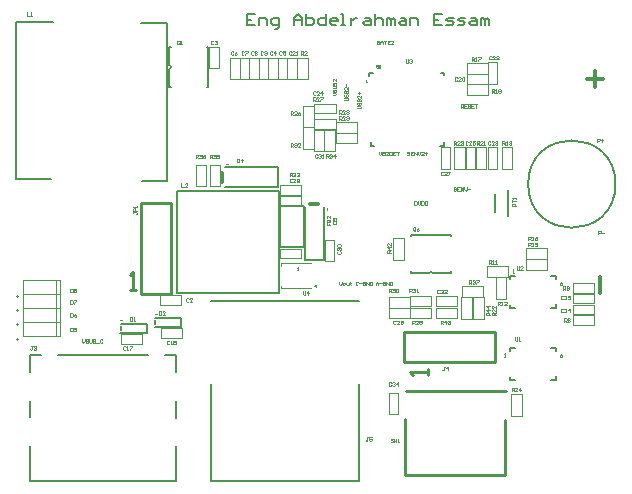
<source format=gto>
G04*
G04 #@! TF.GenerationSoftware,Altium Limited,Altium Designer,20.0.7 (75)*
G04*
G04 Layer_Color=65535*
%FSLAX44Y44*%
%MOMM*%
G71*
G01*
G75*
%ADD10C,0.1500*%
%ADD11C,0.2000*%
%ADD12C,0.1270*%
%ADD13C,0.3000*%
%ADD14C,0.1000*%
%ADD15C,0.2540*%
%ADD16C,0.0500*%
%ADD17C,0.0800*%
D10*
X129300Y343325D02*
G03*
X129300Y346575I0J1625D01*
G01*
X352675Y170300D02*
G03*
X349425Y170300I-1625J0D01*
G01*
X87900Y122200D02*
Y125800D01*
Y127900D02*
X110400D01*
Y120100D02*
Y127900D01*
X87800Y120100D02*
X110400D01*
X116800Y125100D02*
X139400D01*
Y132900D01*
X116900D02*
X139400D01*
X116900Y127200D02*
Y130800D01*
X136000Y240000D02*
X222000D01*
Y154000D02*
Y240000D01*
X136000Y154000D02*
X222000D01*
X136000D02*
Y240000D01*
X161000Y362000D02*
X162000D01*
X161000Y328000D02*
X162000D01*
X129300D02*
X131000D01*
X129300Y362000D02*
X131000D01*
X129300Y328000D02*
Y343325D01*
Y346575D02*
Y362000D01*
X162000Y328000D02*
Y362000D01*
X359600Y340400D02*
X361600D01*
Y278400D02*
Y281400D01*
X358600Y278400D02*
X361600D01*
X299600D02*
X302600D01*
X299600D02*
Y281400D01*
X361600Y338400D02*
Y340400D01*
X298600D02*
X301600D01*
X298600Y337400D02*
Y340400D01*
X416000Y219000D02*
Y241000D01*
X405000Y222000D02*
Y238000D01*
X334000Y203000D02*
X368000D01*
X334000Y170300D02*
X349425D01*
X352675D02*
X368000D01*
X334000D02*
Y172000D01*
X368000Y170300D02*
Y172000D01*
Y202000D02*
Y203000D01*
X334000Y202000D02*
Y203000D01*
X452000Y141000D02*
X457000D01*
X418000D02*
X422000D01*
X418000Y168000D02*
X422000D01*
X452000D02*
X457000D01*
X418000Y166000D02*
Y168000D01*
Y141000D02*
Y144000D01*
X457000Y141000D02*
Y144500D01*
Y166000D02*
Y168000D01*
X452000Y80000D02*
X457000D01*
X418000D02*
X422000D01*
X418000Y107000D02*
X422000D01*
X452000D02*
X457000D01*
X418000Y105000D02*
Y107000D01*
Y80000D02*
Y83000D01*
X457000Y80000D02*
Y83500D01*
Y105000D02*
Y107000D01*
D11*
X507000Y246000D02*
G03*
X507000Y246000I-37000J0D01*
G01*
X176192Y243900D02*
X221400D01*
Y260200D01*
X176192D02*
X221400D01*
X260200Y181600D02*
Y226808D01*
X243900Y181600D02*
X260200D01*
X243900D02*
Y226808D01*
X223000Y192500D02*
X233000D01*
X223000D02*
Y227500D01*
X243000D01*
Y192500D02*
Y227500D01*
X233000Y192500D02*
X243000D01*
X-400Y250400D02*
X29300D01*
X106500Y249000D02*
X127100D01*
X105500Y382700D02*
X127100D01*
X-400Y383000D02*
X30400D01*
X-400Y250400D02*
Y383000D01*
X127100Y249000D02*
Y382700D01*
X201665Y390329D02*
X195000D01*
Y380332D01*
X201665D01*
X195000Y385331D02*
X198332D01*
X204997Y380332D02*
Y386997D01*
X209995D01*
X211661Y385331D01*
Y380332D01*
X218326Y377000D02*
X219992D01*
X221658Y378666D01*
Y386997D01*
X216660D01*
X214994Y385331D01*
Y381998D01*
X216660Y380332D01*
X221658D01*
X234987D02*
Y386997D01*
X238319Y390329D01*
X241652Y386997D01*
Y380332D01*
Y385331D01*
X234987D01*
X244984Y390329D02*
Y380332D01*
X249982D01*
X251648Y381998D01*
Y383665D01*
Y385331D01*
X249982Y386997D01*
X244984D01*
X261645Y390329D02*
Y380332D01*
X256647D01*
X254981Y381998D01*
Y385331D01*
X256647Y386997D01*
X261645D01*
X269976Y380332D02*
X266644D01*
X264977Y381998D01*
Y385331D01*
X266644Y386997D01*
X269976D01*
X271642Y385331D01*
Y383665D01*
X264977D01*
X274974Y380332D02*
X278307D01*
X276640D01*
Y390329D01*
X274974D01*
X283305Y386997D02*
Y380332D01*
Y383665D01*
X284971Y385331D01*
X286637Y386997D01*
X288303D01*
X294968D02*
X298300D01*
X299966Y385331D01*
Y380332D01*
X294968D01*
X293302Y381998D01*
X294968Y383665D01*
X299966D01*
X303298Y390329D02*
Y380332D01*
Y385331D01*
X304965Y386997D01*
X308297D01*
X309963Y385331D01*
Y380332D01*
X313295D02*
Y386997D01*
X314961D01*
X316628Y385331D01*
Y380332D01*
Y385331D01*
X318294Y386997D01*
X319960Y385331D01*
Y380332D01*
X324958Y386997D02*
X328290D01*
X329957Y385331D01*
Y380332D01*
X324958D01*
X323292Y381998D01*
X324958Y383665D01*
X329957D01*
X333289Y380332D02*
Y386997D01*
X338287D01*
X339953Y385331D01*
Y380332D01*
X359947Y390329D02*
X353282D01*
Y380332D01*
X359947D01*
X353282Y385331D02*
X356615D01*
X363279Y380332D02*
X368278D01*
X369944Y381998D01*
X368278Y383665D01*
X364945D01*
X363279Y385331D01*
X364945Y386997D01*
X369944D01*
X373276Y380332D02*
X378274D01*
X379940Y381998D01*
X378274Y383665D01*
X374942D01*
X373276Y385331D01*
X374942Y386997D01*
X379940D01*
X384939D02*
X388271D01*
X389937Y385331D01*
Y380332D01*
X384939D01*
X383273Y381998D01*
X384939Y383665D01*
X389937D01*
X393269Y380332D02*
Y386997D01*
X394936D01*
X396602Y385331D01*
Y380332D01*
Y385331D01*
X398268Y386997D01*
X399934Y385331D01*
Y380332D01*
D12*
X11000Y-5500D02*
Y24100D01*
X135000Y-5500D02*
Y24100D01*
Y48100D02*
Y62100D01*
X11000Y48600D02*
Y62100D01*
Y87100D02*
Y101500D01*
X20500D01*
X135000Y87100D02*
Y101500D01*
X125500D02*
X135000D01*
X35200D02*
X110800D01*
X11000Y-5500D02*
X135000D01*
X164500Y-5800D02*
X289500D01*
X164500Y146800D02*
X289500D01*
X164500Y-5800D02*
Y77000D01*
X289500Y-5800D02*
Y77000D01*
D13*
X174192Y248000D02*
Y255000D01*
X248000Y228808D02*
X255000D01*
X494000Y154000D02*
Y167329D01*
X483000Y334664D02*
X496329D01*
X489664Y341329D02*
Y328000D01*
D14*
X5000Y129000D02*
X37000D01*
Y117000D02*
Y129000D01*
X33000Y117000D02*
Y128500D01*
X5000Y117000D02*
Y129000D01*
Y117000D02*
X37000D01*
X5000Y129000D02*
X37000D01*
X5000D02*
Y141000D01*
X33000Y129000D02*
Y140500D01*
X37000Y129000D02*
Y141000D01*
X5000D02*
X37000D01*
X5000Y153000D02*
X37000D01*
Y141000D02*
Y153000D01*
X33000Y141000D02*
Y152500D01*
X5000Y141000D02*
Y153000D01*
Y141000D02*
X37000D01*
X5000Y153000D02*
X37000D01*
X5000D02*
Y165000D01*
X33000Y153000D02*
Y164500D01*
X37000Y153000D02*
Y165000D01*
X5000D02*
X37000D01*
X237500Y335000D02*
Y353000D01*
Y335000D02*
X246500D01*
Y353000D01*
X237500D02*
X246500D01*
X471000Y135500D02*
X489000D01*
X471000Y126500D02*
Y135500D01*
Y126500D02*
X489000D01*
Y135500D01*
Y153500D02*
Y162500D01*
X471000Y153500D02*
X489000D01*
X471000D02*
Y162500D01*
X489000D01*
X398000Y167500D02*
Y176500D01*
X416000D01*
Y167500D02*
Y176500D01*
X398000Y167500D02*
X416000D01*
X414500Y149000D02*
Y167000D01*
X405500D02*
X414500D01*
X405500Y149000D02*
Y167000D01*
Y149000D02*
X414500D01*
X431000Y173500D02*
X449000D01*
Y182500D01*
X431000D02*
X449000D01*
X431000Y173500D02*
Y182500D01*
Y182500D02*
Y191500D01*
X449000D01*
Y182500D02*
Y191500D01*
X431000Y182500D02*
X449000D01*
X381000Y348500D02*
X399000D01*
X381000Y339500D02*
Y348500D01*
Y339500D02*
X399000D01*
Y348500D01*
Y321500D02*
Y330500D01*
X381000Y321500D02*
X399000D01*
X381000D02*
Y330500D01*
X399000D01*
X419500Y259000D02*
Y277000D01*
X410500D02*
X419500D01*
X410500Y259000D02*
Y277000D01*
Y259000D02*
X419500D01*
X397500D02*
Y277000D01*
X388500D02*
X397500D01*
X388500Y259000D02*
Y277000D01*
Y259000D02*
X397500D01*
X386500Y132000D02*
X395500D01*
X386500D02*
Y150000D01*
X395500D01*
Y132000D02*
Y150000D01*
X379500Y259000D02*
Y277000D01*
X370500D02*
X379500D01*
X370500Y259000D02*
Y277000D01*
Y259000D02*
X379500D01*
X418500Y68000D02*
X427500D01*
Y50000D02*
Y68000D01*
X418500Y50000D02*
X427500D01*
X418500D02*
Y68000D01*
X333000Y141500D02*
X351000D01*
X333000Y132500D02*
Y141500D01*
Y132500D02*
X351000D01*
Y141500D01*
X242500Y312000D02*
X251500D01*
Y294000D02*
Y312000D01*
X242500Y294000D02*
X251500D01*
X242500D02*
Y312000D01*
X252000Y301500D02*
X270000D01*
X252000Y292500D02*
Y301500D01*
Y292500D02*
X270000D01*
Y301500D01*
X288000Y289500D02*
Y298500D01*
X270000Y289500D02*
X288000D01*
X270000D02*
Y298500D01*
X288000D01*
X270000Y289500D02*
X288000D01*
X270000Y280500D02*
Y289500D01*
Y280500D02*
X288000D01*
Y289500D01*
X333000Y141500D02*
Y150500D01*
X315000Y141500D02*
X333000D01*
X315000D02*
Y150500D01*
X333000D01*
X333000Y151500D02*
X351000D01*
X333000Y142500D02*
Y151500D01*
Y142500D02*
X351000D01*
Y151500D01*
X242500Y294000D02*
X251500D01*
Y276000D02*
Y294000D01*
X242500Y276000D02*
X251500D01*
X242500D02*
Y294000D01*
X223000Y245500D02*
X241000D01*
X223000Y236500D02*
Y245500D01*
Y236500D02*
X241000D01*
Y245500D01*
X260500Y274000D02*
X269500D01*
X260500D02*
Y292000D01*
X269500D01*
Y274000D02*
Y292000D01*
X163500Y244000D02*
Y262000D01*
Y244000D02*
X172500D01*
Y262000D01*
X163500D02*
X172500D01*
X151500D02*
X160500D01*
Y244000D02*
Y262000D01*
X151500Y244000D02*
X160500D01*
X151500D02*
Y262000D01*
X377000Y159500D02*
X395000D01*
X377000Y150500D02*
Y159500D01*
Y150500D02*
X395000D01*
Y159500D01*
X318500Y200000D02*
X327500D01*
Y182000D02*
Y200000D01*
X318500Y182000D02*
X327500D01*
X318500D02*
Y200000D01*
X355000Y132500D02*
X373000D01*
Y141500D01*
X355000D02*
X373000D01*
X355000Y132500D02*
Y141500D01*
X376500Y132000D02*
X385500D01*
X376500D02*
Y150000D01*
X385500D01*
Y132000D02*
Y150000D01*
X121000Y144000D02*
Y152000D01*
X139000D01*
Y144000D02*
Y152000D01*
X121000Y144000D02*
X139000D01*
X163000Y344000D02*
Y362000D01*
Y344000D02*
X171000D01*
Y362000D01*
X163000D02*
X171000D01*
X213000Y335000D02*
X221000D01*
X213000D02*
Y353000D01*
X221000D01*
Y335000D02*
Y353000D01*
X229000Y335000D02*
Y353000D01*
X221000D02*
X229000D01*
X221000Y335000D02*
Y353000D01*
Y335000D02*
X229000D01*
X181000D02*
X189000D01*
X181000D02*
Y353000D01*
X189000D01*
Y335000D02*
Y353000D01*
X197000Y335000D02*
Y353000D01*
X189000D02*
X197000D01*
X189000Y335000D02*
Y353000D01*
Y335000D02*
X197000D01*
X205000D01*
X197000D02*
Y353000D01*
X205000D01*
Y335000D02*
Y353000D01*
X213000Y335000D02*
Y353000D01*
X205000D02*
X213000D01*
X205000Y335000D02*
Y353000D01*
Y335000D02*
X213000D01*
X489000Y136000D02*
Y144000D01*
X471000Y136000D02*
X489000D01*
X471000D02*
Y144000D01*
X489000D01*
X471000Y145000D02*
X489000D01*
Y153000D01*
X471000D02*
X489000D01*
X471000Y145000D02*
Y153000D01*
X122000Y124000D02*
X140000D01*
X122000Y116000D02*
Y124000D01*
Y116000D02*
X140000D01*
Y124000D01*
X381000Y331000D02*
X399000D01*
Y339000D01*
X381000D02*
X399000D01*
X381000Y331000D02*
Y339000D01*
X229000Y335000D02*
X237000D01*
X229000D02*
Y353000D01*
X237000D01*
Y335000D02*
Y353000D01*
X399000Y331000D02*
Y349000D01*
Y331000D02*
X407000D01*
Y349000D01*
X399000D02*
X407000D01*
X399000Y277000D02*
X407000D01*
Y259000D02*
Y277000D01*
X399000Y259000D02*
X407000D01*
X399000D02*
Y277000D01*
X252000Y306000D02*
X270000D01*
Y314000D01*
X252000D02*
X270000D01*
X252000Y306000D02*
Y314000D01*
X380000Y277000D02*
X388000D01*
Y259000D02*
Y277000D01*
X380000Y259000D02*
X388000D01*
X380000D02*
Y277000D01*
X359000Y259000D02*
X367000D01*
X359000D02*
Y277000D01*
X367000D01*
Y259000D02*
Y277000D01*
X315000Y141000D02*
X333000D01*
X315000Y133000D02*
Y141000D01*
Y133000D02*
X333000D01*
Y141000D01*
X241000Y228000D02*
Y236000D01*
X223000Y228000D02*
X241000D01*
X223000D02*
Y236000D01*
X241000D01*
X261000Y181000D02*
Y199000D01*
Y181000D02*
X269000D01*
Y199000D01*
X261000D02*
X269000D01*
X252000Y274000D02*
X260000D01*
X252000D02*
Y292000D01*
X260000D01*
Y274000D02*
Y292000D01*
X355000Y151000D02*
X373000D01*
X355000Y143000D02*
Y151000D01*
Y143000D02*
X373000D01*
Y151000D01*
X241000Y183000D02*
Y191000D01*
X223000Y183000D02*
X241000D01*
X223000D02*
Y191000D01*
X241000D01*
X323000Y51000D02*
Y69000D01*
X315000D02*
X323000D01*
X315000Y51000D02*
Y69000D01*
Y51000D02*
X323000D01*
X106000Y111000D02*
Y119000D01*
X88000Y111000D02*
X106000D01*
X88000D02*
Y119000D01*
X106000D01*
X224000Y177000D02*
Y179000D01*
X249000D01*
X224000Y158000D02*
X249000D01*
X224000D02*
Y160000D01*
X87800Y131000D02*
X89493D01*
X116800Y136000D02*
X118493D01*
X177000Y263000D02*
X178693D01*
X263000Y226000D02*
Y224307D01*
X1000Y115154D02*
X-693D01*
X154Y114307D02*
Y116000D01*
X1000Y127154D02*
X-693D01*
X154Y126307D02*
Y128000D01*
X1000Y139154D02*
X-693D01*
X154Y138307D02*
Y140000D01*
X1000Y151154D02*
X-693D01*
X154Y150307D02*
Y152000D01*
D15*
X413500Y0D02*
Y46000D01*
X329000Y0D02*
X413500D01*
X329000D02*
Y47000D01*
X330000Y71000D02*
X414000D01*
X105000Y230200D02*
X131000D01*
Y153200D02*
Y230200D01*
X105000Y153200D02*
Y230200D01*
Y153200D02*
X131000D01*
X404600Y95000D02*
Y121000D01*
X327600Y95000D02*
X404600D01*
X327600Y121000D02*
X404600D01*
X327600Y95000D02*
Y121000D01*
X95540Y156540D02*
X100618D01*
X98079D01*
Y171775D01*
X95540Y169236D01*
X348460Y84540D02*
Y89618D01*
Y87079D01*
X333225D01*
X335764Y84540D01*
D16*
X295500Y332500D02*
X296166D01*
X295833D01*
Y334499D01*
X295500Y334166D01*
X305833Y346499D02*
X304500D01*
Y345500D01*
X305166Y345833D01*
X305500D01*
X305833Y345500D01*
Y344833D01*
X305500Y344500D01*
X304833D01*
X304500Y344833D01*
X307832Y344500D02*
X306499D01*
X307832Y345833D01*
Y346166D01*
X307499Y346499D01*
X306833D01*
X306499Y346166D01*
X237500Y173500D02*
X238166D01*
X237833D01*
Y175499D01*
X237500Y175166D01*
X253000Y158500D02*
Y160499D01*
X252000Y159500D01*
X253333D01*
X13500Y108499D02*
X12500D01*
X13000D01*
Y106000D01*
X12500Y105500D01*
X12001D01*
X11501Y106000D01*
X14500Y108000D02*
X15000Y108499D01*
X15999D01*
X16499Y108000D01*
Y107500D01*
X15999Y107000D01*
X15500D01*
X15999D01*
X16499Y106500D01*
Y106000D01*
X15999Y105500D01*
X15000D01*
X14500Y106000D01*
X120501Y138499D02*
Y135500D01*
X122000D01*
X122500Y136000D01*
Y138000D01*
X122000Y138499D01*
X120501D01*
X125499Y135500D02*
X123500D01*
X125499Y137500D01*
Y138000D01*
X124999Y138499D01*
X124000D01*
X123500Y138000D01*
X92251Y108000D02*
X91751Y108499D01*
X90751D01*
X90251Y108000D01*
Y106000D01*
X90751Y105500D01*
X91751D01*
X92251Y106000D01*
X93250Y105500D02*
X94250D01*
X93750D01*
Y108499D01*
X93250Y108000D01*
X95749Y108499D02*
X97749D01*
Y108000D01*
X95749Y106000D01*
Y105500D01*
X306503Y273500D02*
Y271500D01*
X307502Y270501D01*
X308502Y271500D01*
Y273500D01*
X309502D02*
Y270501D01*
X311001D01*
X311501Y271000D01*
Y271500D01*
X311001Y272000D01*
X309502D01*
X311001D01*
X311501Y272500D01*
Y273000D01*
X311001Y273500D01*
X309502D01*
X314500Y270501D02*
X312501D01*
X314500Y272500D01*
Y273000D01*
X314000Y273500D01*
X313001D01*
X312501Y273000D01*
X315500Y273500D02*
Y270501D01*
X316999D01*
X317499Y271000D01*
Y273000D01*
X316999Y273500D01*
X315500D01*
X320498D02*
X318499D01*
Y270501D01*
X320498D01*
X318499Y272000D02*
X319499D01*
X321498Y273500D02*
X323497D01*
X322498D01*
Y270501D01*
X422001Y116500D02*
Y114000D01*
X422500Y113500D01*
X423500D01*
X424000Y114000D01*
Y116500D01*
X425000Y113500D02*
X425999D01*
X425499D01*
Y116500D01*
X425000Y116000D01*
X297500Y31500D02*
X296500D01*
X297000D01*
Y29000D01*
X296500Y28500D01*
X296001D01*
X295501Y29000D01*
X300499Y31500D02*
X298500D01*
Y30000D01*
X299499Y30500D01*
X299999D01*
X300499Y30000D01*
Y29000D01*
X299999Y28500D01*
X299000D01*
X298500Y29000D01*
X242501Y155499D02*
Y153000D01*
X243001Y152500D01*
X244000D01*
X244500Y153000D01*
Y155499D01*
X246999Y152500D02*
Y155499D01*
X245500Y154000D01*
X247499D01*
X329501Y351499D02*
Y349000D01*
X330001Y348501D01*
X331000D01*
X331500Y349000D01*
Y351499D01*
X332500Y351000D02*
X333000Y351499D01*
X333999D01*
X334499Y351000D01*
Y350500D01*
X333999Y350000D01*
X333499D01*
X333999D01*
X334499Y349500D01*
Y349000D01*
X333999Y348501D01*
X333000D01*
X332500Y349000D01*
X423501Y176500D02*
Y174000D01*
X424001Y173500D01*
X425000D01*
X425500Y174000D01*
Y176500D01*
X428499Y173500D02*
X426500D01*
X428499Y175500D01*
Y176000D01*
X427999Y176500D01*
X427000D01*
X426500Y176000D01*
X376002Y310501D02*
Y313500D01*
X377502D01*
X378002Y313000D01*
Y312000D01*
X377502Y311500D01*
X376002D01*
X377002D02*
X378002Y310501D01*
X381001Y313500D02*
X379001D01*
Y310501D01*
X381001D01*
X379001Y312000D02*
X380001D01*
X384000Y313000D02*
X383500Y313500D01*
X382500D01*
X382000Y313000D01*
Y312500D01*
X382500Y312000D01*
X383500D01*
X384000Y311500D01*
Y311000D01*
X383500Y310501D01*
X382500D01*
X382000Y311000D01*
X386999Y313500D02*
X384999D01*
Y310501D01*
X386999D01*
X384999Y312000D02*
X385999D01*
X387998Y313500D02*
X389998D01*
X388998D01*
Y310501D01*
X336502Y231500D02*
Y228500D01*
X338001D01*
X338501Y229000D01*
Y231000D01*
X338001Y231500D01*
X336502D01*
X339501D02*
Y229500D01*
X340500Y228500D01*
X341500Y229500D01*
Y231500D01*
X342500D02*
Y228500D01*
X343999D01*
X344499Y229000D01*
Y231000D01*
X343999Y231500D01*
X342500D01*
X345499D02*
Y228500D01*
X346998D01*
X347498Y229000D01*
Y231000D01*
X346998Y231500D01*
X345499D01*
X55503Y114749D02*
Y112750D01*
X56502Y111750D01*
X57502Y112750D01*
Y114749D01*
X58502D02*
Y111750D01*
X60001D01*
X60501Y112250D01*
Y112750D01*
X60001Y113250D01*
X58502D01*
X60001D01*
X60501Y113750D01*
Y114250D01*
X60001Y114749D01*
X58502D01*
X61501D02*
Y112250D01*
X62001Y111750D01*
X63000D01*
X63500Y112250D01*
Y114749D01*
X66499Y114250D02*
X65999Y114749D01*
X65000D01*
X64500Y114250D01*
Y113750D01*
X65000Y113250D01*
X65999D01*
X66499Y112750D01*
Y112250D01*
X65999Y111750D01*
X65000D01*
X64500Y112250D01*
X67499Y111251D02*
X69498D01*
X72497Y114250D02*
X71997Y114749D01*
X70998D01*
X70498Y114250D01*
Y112250D01*
X70998Y111750D01*
X71997D01*
X72497Y112250D01*
X273002Y163500D02*
Y161500D01*
X274001Y160501D01*
X275001Y161500D01*
Y163500D01*
X276500Y160501D02*
X277500D01*
X278000Y161000D01*
Y162000D01*
X277500Y162500D01*
X276500D01*
X276001Y162000D01*
Y161000D01*
X276500Y160501D01*
X279000Y162500D02*
Y161000D01*
X279499Y160501D01*
X280999D01*
Y162500D01*
X282499Y163000D02*
Y162500D01*
X281999D01*
X282998D01*
X282499D01*
Y161000D01*
X282998Y160501D01*
X304002D02*
Y162500D01*
X305002Y163500D01*
X306002Y162500D01*
Y160501D01*
Y162000D01*
X304002D01*
X307001D02*
X309001D01*
X312000Y163000D02*
X311500Y163500D01*
X310500D01*
X310000Y163000D01*
Y161000D01*
X310500Y160501D01*
X311500D01*
X312000Y161000D01*
Y162000D01*
X311000D01*
X312999Y160501D02*
Y163500D01*
X314999Y160501D01*
Y163500D01*
X315998D02*
Y160501D01*
X317498D01*
X317998Y161000D01*
Y163000D01*
X317498Y163500D01*
X315998D01*
X289002Y163000D02*
X288502Y163500D01*
X287502D01*
X287002Y163000D01*
Y161000D01*
X287502Y160501D01*
X288502D01*
X289002Y161000D01*
X290001Y162000D02*
X292001D01*
X295000Y163000D02*
X294500Y163500D01*
X293500D01*
X293000Y163000D01*
Y161000D01*
X293500Y160501D01*
X294500D01*
X295000Y161000D01*
Y162000D01*
X294000D01*
X295999Y160501D02*
Y163500D01*
X297999Y160501D01*
Y163500D01*
X298998D02*
Y160501D01*
X300498D01*
X300998Y161000D01*
Y163000D01*
X300498Y163500D01*
X298998D01*
X277500Y317002D02*
X280000D01*
X280499Y317502D01*
Y318502D01*
X280000Y319002D01*
X277500D01*
X278000Y322001D02*
X277500Y321501D01*
Y320501D01*
X278000Y320001D01*
X278500D01*
X279000Y320501D01*
Y321501D01*
X279500Y322001D01*
X280000D01*
X280499Y321501D01*
Y320501D01*
X280000Y320001D01*
X277500Y323000D02*
X280499D01*
Y324500D01*
X280000Y325000D01*
X279500D01*
X279000Y324500D01*
Y323000D01*
Y324500D01*
X278500Y325000D01*
X278000D01*
X277500Y324500D01*
Y323000D01*
X280499Y327999D02*
Y325999D01*
X278500Y327999D01*
X278000D01*
X277500Y327499D01*
Y326499D01*
X278000Y325999D01*
X279000Y328998D02*
Y330998D01*
X307002Y367000D02*
X306502Y367500D01*
X305502D01*
X305002Y367000D01*
Y365000D01*
X305502Y364501D01*
X306502D01*
X307002Y365000D01*
Y366000D01*
X306002D01*
X308001Y364501D02*
Y366500D01*
X309001Y367500D01*
X310001Y366500D01*
Y364501D01*
Y366000D01*
X308001D01*
X311000Y367500D02*
X313000D01*
X312000D01*
Y364501D01*
X315999Y367500D02*
X313999D01*
Y364501D01*
X315999D01*
X313999Y366000D02*
X314999D01*
X318998Y364501D02*
X316998D01*
X318998Y366500D01*
Y367000D01*
X318498Y367500D01*
X317498D01*
X316998Y367000D01*
X372002Y243000D02*
X371502Y243500D01*
X370502D01*
X370002Y243000D01*
Y242500D01*
X370502Y242000D01*
X371502D01*
X372002Y241500D01*
Y241000D01*
X371502Y240501D01*
X370502D01*
X370002Y241000D01*
X375001Y243500D02*
X373001D01*
Y240501D01*
X375001D01*
X373001Y242000D02*
X374001D01*
X376000Y240501D02*
Y243500D01*
X378000Y240501D01*
Y243500D01*
X378999D02*
Y241500D01*
X379999Y240501D01*
X380999Y241500D01*
Y243500D01*
X381998Y242000D02*
X383998D01*
X267500Y321002D02*
X269500D01*
X270499Y322002D01*
X269500Y323002D01*
X267500D01*
Y324001D02*
X270499D01*
Y325501D01*
X270000Y326001D01*
X269500D01*
X269000Y325501D01*
Y324001D01*
Y325501D01*
X268500Y326001D01*
X268000D01*
X267500Y325501D01*
Y324001D01*
Y327000D02*
X270000D01*
X270499Y327500D01*
Y328500D01*
X270000Y329000D01*
X267500D01*
X268000Y331999D02*
X267500Y331499D01*
Y330499D01*
X268000Y329999D01*
X268500D01*
X269000Y330499D01*
Y331499D01*
X269500Y331999D01*
X270000D01*
X270499Y331499D01*
Y330499D01*
X270000Y329999D01*
X270499Y334998D02*
Y332998D01*
X268500Y334998D01*
X268000D01*
X267500Y334498D01*
Y333498D01*
X268000Y332998D01*
X332502Y273000D02*
X332002Y273500D01*
X331003D01*
X330503Y273000D01*
Y272500D01*
X331003Y272000D01*
X332002D01*
X332502Y271500D01*
Y271000D01*
X332002Y270501D01*
X331003D01*
X330503Y271000D01*
X335501Y273500D02*
X333502D01*
Y270501D01*
X335501D01*
X333502Y272000D02*
X334501D01*
X336501Y270501D02*
Y273500D01*
X338500Y270501D01*
Y273500D01*
X339500D02*
Y271500D01*
X340499Y270501D01*
X341499Y271500D01*
Y273500D01*
X344498Y270501D02*
X342499D01*
X344498Y272500D01*
Y273000D01*
X343998Y273500D01*
X342999D01*
X342499Y273000D01*
X345498Y272000D02*
X347497D01*
X346498Y273000D02*
Y271000D01*
X288500Y310002D02*
X291000D01*
X291500Y310502D01*
Y311502D01*
X291000Y312002D01*
X288500D01*
X289000Y315001D02*
X288500Y314501D01*
Y313501D01*
X289000Y313001D01*
X289500D01*
X290000Y313501D01*
Y314501D01*
X290500Y315001D01*
X291000D01*
X291500Y314501D01*
Y313501D01*
X291000Y313001D01*
X288500Y316000D02*
X291500D01*
Y317500D01*
X291000Y318000D01*
X290500D01*
X290000Y317500D01*
Y316000D01*
Y317500D01*
X289500Y318000D01*
X289000D01*
X288500Y317500D01*
Y316000D01*
X291500Y320999D02*
Y318999D01*
X289500Y320999D01*
X289000D01*
X288500Y320499D01*
Y319499D01*
X289000Y318999D01*
X290000Y321998D02*
Y323998D01*
X289000Y322998D02*
X291000D01*
X318500Y30000D02*
X318001Y30499D01*
X317001D01*
X316501Y30000D01*
Y29500D01*
X317001Y29000D01*
X318001D01*
X318500Y28500D01*
Y28000D01*
X318001Y27501D01*
X317001D01*
X316501Y28000D01*
X319500Y30499D02*
Y27501D01*
X320500Y28500D01*
X321499Y27501D01*
Y30499D01*
X322499Y27501D02*
X323499D01*
X322999D01*
Y30499D01*
X322499Y30000D01*
X422500Y227501D02*
X419501D01*
Y229001D01*
X420000Y229501D01*
X421000D01*
X421500Y229001D01*
Y227501D01*
Y228501D02*
X422500Y229501D01*
X419501Y230500D02*
Y232500D01*
Y231500D01*
X422500D01*
Y233499D02*
Y234499D01*
Y233999D01*
X419501D01*
X420000Y233499D01*
X400499Y135001D02*
X397500D01*
Y136501D01*
X398000Y137001D01*
X399000D01*
X399500Y136501D01*
Y135001D01*
Y136001D02*
X400499Y137001D01*
Y139500D02*
X397500D01*
X399000Y138000D01*
Y140000D01*
X400499Y142499D02*
X397500D01*
X399000Y140999D01*
Y142999D01*
X359001Y127500D02*
Y130499D01*
X360501D01*
X361001Y130000D01*
Y129000D01*
X360501Y128500D01*
X359001D01*
X360001D02*
X361001Y127500D01*
X363500D02*
Y130499D01*
X362000Y129000D01*
X364000D01*
X364999Y130000D02*
X365499Y130499D01*
X366499D01*
X366999Y130000D01*
Y129500D01*
X366499Y129000D01*
X365999D01*
X366499D01*
X366999Y128500D01*
Y128000D01*
X366499Y127500D01*
X365499D01*
X364999Y128000D01*
X316500Y188001D02*
X313500D01*
Y189501D01*
X314000Y190001D01*
X315000D01*
X315500Y189501D01*
Y188001D01*
Y189001D02*
X316500Y190001D01*
Y192500D02*
X313500D01*
X315000Y191000D01*
Y193000D01*
X316500Y195999D02*
Y193999D01*
X314500Y195999D01*
X314000D01*
X313500Y195499D01*
Y194499D01*
X314000Y193999D01*
X383001Y161500D02*
Y164499D01*
X384501D01*
X385001Y164000D01*
Y163000D01*
X384501Y162500D01*
X383001D01*
X384001D02*
X385001Y161500D01*
X386000Y164000D02*
X386500Y164499D01*
X387500D01*
X388000Y164000D01*
Y163500D01*
X387500Y163000D01*
X387000D01*
X387500D01*
X388000Y162500D01*
Y162000D01*
X387500Y161500D01*
X386500D01*
X386000Y162000D01*
X388999Y164499D02*
X390999D01*
Y164000D01*
X388999Y162000D01*
Y161500D01*
X151510Y267970D02*
Y270969D01*
X153010D01*
X153509Y270469D01*
Y269470D01*
X153010Y268970D01*
X151510D01*
X152510D02*
X153509Y267970D01*
X154509Y270469D02*
X155009Y270969D01*
X156009D01*
X156508Y270469D01*
Y269969D01*
X156009Y269470D01*
X155509D01*
X156009D01*
X156508Y268970D01*
Y268470D01*
X156009Y267970D01*
X155009D01*
X154509Y268470D01*
X159507Y270969D02*
X158508Y270469D01*
X157508Y269470D01*
Y268470D01*
X158008Y267970D01*
X159008D01*
X159507Y268470D01*
Y268970D01*
X159008Y269470D01*
X157508D01*
X163448Y267970D02*
Y270969D01*
X164947D01*
X165447Y270469D01*
Y269470D01*
X164947Y268970D01*
X163448D01*
X164448D02*
X165447Y267970D01*
X166447Y270469D02*
X166947Y270969D01*
X167947D01*
X168446Y270469D01*
Y269969D01*
X167947Y269470D01*
X167447D01*
X167947D01*
X168446Y268970D01*
Y268470D01*
X167947Y267970D01*
X166947D01*
X166447Y268470D01*
X171445Y270969D02*
X169446D01*
Y269470D01*
X170446Y269969D01*
X170946D01*
X171445Y269470D01*
Y268470D01*
X170946Y267970D01*
X169946D01*
X169446Y268470D01*
X262001Y268500D02*
Y271500D01*
X263501D01*
X264001Y271000D01*
Y270000D01*
X263501Y269500D01*
X262001D01*
X263001D02*
X264001Y268500D01*
X265000Y271000D02*
X265500Y271500D01*
X266500D01*
X267000Y271000D01*
Y270500D01*
X266500Y270000D01*
X266000D01*
X266500D01*
X267000Y269500D01*
Y269000D01*
X266500Y268500D01*
X265500D01*
X265000Y269000D01*
X269499Y268500D02*
Y271500D01*
X267999Y270000D01*
X269999D01*
X231001Y252500D02*
Y255499D01*
X232501D01*
X233001Y255000D01*
Y254000D01*
X232501Y253500D01*
X231001D01*
X232001D02*
X233001Y252500D01*
X234000Y255000D02*
X234500Y255499D01*
X235500D01*
X236000Y255000D01*
Y254500D01*
X235500Y254000D01*
X235000D01*
X235500D01*
X236000Y253500D01*
Y253000D01*
X235500Y252500D01*
X234500D01*
X234000Y253000D01*
X236999Y255000D02*
X237499Y255499D01*
X238499D01*
X238999Y255000D01*
Y254500D01*
X238499Y254000D01*
X237999D01*
X238499D01*
X238999Y253500D01*
Y253000D01*
X238499Y252500D01*
X237499D01*
X236999Y253000D01*
X232001Y277500D02*
Y280499D01*
X233501D01*
X234001Y280000D01*
Y279000D01*
X233501Y278500D01*
X232001D01*
X233001D02*
X234001Y277500D01*
X235000Y280000D02*
X235500Y280499D01*
X236500D01*
X237000Y280000D01*
Y279500D01*
X236500Y279000D01*
X236000D01*
X236500D01*
X237000Y278500D01*
Y278000D01*
X236500Y277500D01*
X235500D01*
X235000Y278000D01*
X239999Y277500D02*
X237999D01*
X239999Y279500D01*
Y280000D01*
X239499Y280499D01*
X238499D01*
X237999Y280000D01*
X332501Y154501D02*
Y157500D01*
X334001D01*
X334501Y157000D01*
Y156000D01*
X334001Y155500D01*
X332501D01*
X333501D02*
X334501Y154501D01*
X335500Y157000D02*
X336000Y157500D01*
X337000D01*
X337500Y157000D01*
Y156500D01*
X337000Y156000D01*
X336500D01*
X337000D01*
X337500Y155500D01*
Y155000D01*
X337000Y154501D01*
X336000D01*
X335500Y155000D01*
X338499Y154501D02*
X339499D01*
X338999D01*
Y157500D01*
X338499Y157000D01*
X315001Y154501D02*
Y157500D01*
X316501D01*
X317001Y157000D01*
Y156000D01*
X316501Y155500D01*
X315001D01*
X316001D02*
X317001Y154501D01*
X318000Y157000D02*
X318500Y157500D01*
X319500D01*
X320000Y157000D01*
Y156500D01*
X319500Y156000D01*
X319000D01*
X319500D01*
X320000Y155500D01*
Y155000D01*
X319500Y154501D01*
X318500D01*
X318000Y155000D01*
X320999Y157000D02*
X321499Y157500D01*
X322499D01*
X322999Y157000D01*
Y155000D01*
X322499Y154501D01*
X321499D01*
X320999Y155000D01*
Y157000D01*
X273001Y300501D02*
Y303500D01*
X274501D01*
X275001Y303000D01*
Y302000D01*
X274501Y301500D01*
X273001D01*
X274001D02*
X275001Y300501D01*
X278000D02*
X276000D01*
X278000Y302500D01*
Y303000D01*
X277500Y303500D01*
X276500D01*
X276000Y303000D01*
X278999Y301000D02*
X279499Y300501D01*
X280499D01*
X280999Y301000D01*
Y303000D01*
X280499Y303500D01*
X279499D01*
X278999Y303000D01*
Y302500D01*
X279499Y302000D01*
X280999D01*
X273001Y305501D02*
Y308500D01*
X274501D01*
X275001Y308000D01*
Y307000D01*
X274501Y306500D01*
X273001D01*
X274001D02*
X275001Y305501D01*
X278000D02*
X276000D01*
X278000Y307500D01*
Y308000D01*
X277500Y308500D01*
X276500D01*
X276000Y308000D01*
X278999D02*
X279499Y308500D01*
X280499D01*
X280999Y308000D01*
Y307500D01*
X280499Y307000D01*
X280999Y306500D01*
Y306000D01*
X280499Y305501D01*
X279499D01*
X278999Y306000D01*
Y306500D01*
X279499Y307000D01*
X278999Y307500D01*
Y308000D01*
X279499Y307000D02*
X280499D01*
X251001Y316500D02*
Y319499D01*
X252501D01*
X253001Y319000D01*
Y318000D01*
X252501Y317500D01*
X251001D01*
X252001D02*
X253001Y316500D01*
X256000D02*
X254000D01*
X256000Y318500D01*
Y319000D01*
X255500Y319499D01*
X254500D01*
X254000Y319000D01*
X256999Y319499D02*
X258999D01*
Y319000D01*
X256999Y317000D01*
Y316500D01*
X232001Y304501D02*
Y307500D01*
X233501D01*
X234001Y307000D01*
Y306000D01*
X233501Y305500D01*
X232001D01*
X233001D02*
X234001Y304501D01*
X237000D02*
X235000D01*
X237000Y306500D01*
Y307000D01*
X236500Y307500D01*
X235500D01*
X235000Y307000D01*
X239999Y307500D02*
X238999Y307000D01*
X237999Y306000D01*
Y305000D01*
X238499Y304501D01*
X239499D01*
X239999Y305000D01*
Y305500D01*
X239499Y306000D01*
X237999D01*
X335001Y127500D02*
Y130499D01*
X336501D01*
X337001Y130000D01*
Y129000D01*
X336501Y128500D01*
X335001D01*
X336001D02*
X337001Y127500D01*
X340000D02*
X338000D01*
X340000Y129500D01*
Y130000D01*
X339500Y130499D01*
X338500D01*
X338000Y130000D01*
X342999Y130499D02*
X340999D01*
Y129000D01*
X341999Y129500D01*
X342499D01*
X342999Y129000D01*
Y128000D01*
X342499Y127500D01*
X341499D01*
X340999Y128000D01*
X419001Y70500D02*
Y73499D01*
X420501D01*
X421001Y73000D01*
Y72000D01*
X420501Y71500D01*
X419001D01*
X420001D02*
X421001Y70500D01*
X424000D02*
X422000D01*
X424000Y72500D01*
Y73000D01*
X423500Y73499D01*
X422500D01*
X422000Y73000D01*
X426499Y70500D02*
Y73499D01*
X424999Y72000D01*
X426999D01*
X370001Y279501D02*
Y282500D01*
X371501D01*
X372001Y282000D01*
Y281000D01*
X371501Y280500D01*
X370001D01*
X371001D02*
X372001Y279501D01*
X375000D02*
X373000D01*
X375000Y281500D01*
Y282000D01*
X374500Y282500D01*
X373500D01*
X373000Y282000D01*
X375999D02*
X376499Y282500D01*
X377499D01*
X377999Y282000D01*
Y281500D01*
X377499Y281000D01*
X376999D01*
X377499D01*
X377999Y280500D01*
Y280000D01*
X377499Y279501D01*
X376499D01*
X375999Y280000D01*
X405499Y135001D02*
X402500D01*
Y136501D01*
X403000Y137001D01*
X404000D01*
X404500Y136501D01*
Y135001D01*
Y136001D02*
X405499Y137001D01*
Y140000D02*
Y138000D01*
X403500Y140000D01*
X403000D01*
X402500Y139500D01*
Y138500D01*
X403000Y138000D01*
X405499Y142999D02*
Y140999D01*
X403500Y142999D01*
X403000D01*
X402500Y142499D01*
Y141499D01*
X403000Y140999D01*
X389501Y279501D02*
Y282500D01*
X391001D01*
X391501Y282000D01*
Y281000D01*
X391001Y280500D01*
X389501D01*
X390501D02*
X391501Y279501D01*
X394500D02*
X392500D01*
X394500Y281500D01*
Y282000D01*
X394000Y282500D01*
X393000D01*
X392500Y282000D01*
X395499Y279501D02*
X396499D01*
X395999D01*
Y282500D01*
X395499Y282000D01*
X411251Y279501D02*
Y282500D01*
X412751D01*
X413251Y282000D01*
Y281000D01*
X412751Y280500D01*
X411251D01*
X412251D02*
X413251Y279501D01*
X414250D02*
X415250D01*
X414750D01*
Y282500D01*
X414250Y282000D01*
X416749Y280000D02*
X417249Y279501D01*
X418249D01*
X418749Y280000D01*
Y282000D01*
X418249Y282500D01*
X417249D01*
X416749Y282000D01*
Y281500D01*
X417249Y281000D01*
X418749D01*
X402251Y323501D02*
Y326499D01*
X403751D01*
X404251Y326000D01*
Y325000D01*
X403751Y324500D01*
X402251D01*
X403251D02*
X404251Y323501D01*
X405250D02*
X406250D01*
X405750D01*
Y326499D01*
X405250Y326000D01*
X407749D02*
X408249Y326499D01*
X409249D01*
X409749Y326000D01*
Y325500D01*
X409249Y325000D01*
X409749Y324500D01*
Y324000D01*
X409249Y323501D01*
X408249D01*
X407749Y324000D01*
Y324500D01*
X408249Y325000D01*
X407749Y325500D01*
Y326000D01*
X408249Y325000D02*
X409249D01*
X385251Y350500D02*
Y353499D01*
X386751D01*
X387251Y353000D01*
Y352000D01*
X386751Y351500D01*
X385251D01*
X386251D02*
X387251Y350500D01*
X388250D02*
X389250D01*
X388750D01*
Y353499D01*
X388250Y353000D01*
X390749Y353499D02*
X392749D01*
Y353000D01*
X390749Y351000D01*
Y350500D01*
X433251Y198500D02*
Y201500D01*
X434751D01*
X435251Y201000D01*
Y200000D01*
X434751Y199500D01*
X433251D01*
X434251D02*
X435251Y198500D01*
X436250D02*
X437250D01*
X436750D01*
Y201500D01*
X436250Y201000D01*
X440749Y201500D02*
X439749Y201000D01*
X438749Y200000D01*
Y199000D01*
X439249Y198500D01*
X440249D01*
X440749Y199000D01*
Y199500D01*
X440249Y200000D01*
X438749D01*
X433251Y193500D02*
Y196500D01*
X434751D01*
X435251Y196000D01*
Y195000D01*
X434751Y194500D01*
X433251D01*
X434251D02*
X435251Y193500D01*
X436250D02*
X437250D01*
X436750D01*
Y196500D01*
X436250Y196000D01*
X440749Y196500D02*
X438749D01*
Y195000D01*
X439749Y195500D01*
X440249D01*
X440749Y195000D01*
Y194000D01*
X440249Y193500D01*
X439249D01*
X438749Y194000D01*
X407251Y143500D02*
Y146500D01*
X408751D01*
X409251Y146000D01*
Y145000D01*
X408751Y144500D01*
X407251D01*
X408251D02*
X409251Y143500D01*
X410250D02*
X411250D01*
X410750D01*
Y146500D01*
X410250Y146000D01*
X414749Y143500D02*
X412749D01*
X414749Y145500D01*
Y146000D01*
X414249Y146500D01*
X413249D01*
X412749Y146000D01*
X399751Y178500D02*
Y181500D01*
X401251D01*
X401750Y181000D01*
Y180000D01*
X401251Y179500D01*
X399751D01*
X400751D02*
X401750Y178500D01*
X402750D02*
X403750D01*
X403250D01*
Y181500D01*
X402750Y181000D01*
X405249Y178500D02*
X406249D01*
X405749D01*
Y181500D01*
X405249Y181000D01*
X462501Y156501D02*
Y159500D01*
X464000D01*
X464500Y159000D01*
Y158000D01*
X464000Y157500D01*
X462501D01*
X463501D02*
X464500Y156501D01*
X465500Y157000D02*
X466000Y156501D01*
X466999D01*
X467499Y157000D01*
Y159000D01*
X466999Y159500D01*
X466000D01*
X465500Y159000D01*
Y158500D01*
X466000Y158000D01*
X467499D01*
X463501Y129501D02*
Y132500D01*
X465000D01*
X465500Y132000D01*
Y131000D01*
X465000Y130500D01*
X463501D01*
X464501D02*
X465500Y129501D01*
X466500Y132000D02*
X467000Y132500D01*
X467999D01*
X468499Y132000D01*
Y131500D01*
X467999Y131000D01*
X468499Y130500D01*
Y130000D01*
X467999Y129501D01*
X467000D01*
X466500Y130000D01*
Y130500D01*
X467000Y131000D01*
X466500Y131500D01*
Y132000D01*
X467000Y131000D02*
X467999D01*
X240501Y355500D02*
Y358499D01*
X242000D01*
X242500Y358000D01*
Y357000D01*
X242000Y356500D01*
X240501D01*
X241500D02*
X242500Y355500D01*
X245499D02*
X243500D01*
X245499Y357500D01*
Y358000D01*
X244999Y358499D01*
X244000D01*
X243500Y358000D01*
X337500Y207000D02*
Y209000D01*
X337000Y209499D01*
X336001D01*
X335501Y209000D01*
Y207000D01*
X336001Y206500D01*
X337000D01*
X336501Y207500D02*
X337500Y206500D01*
X337000D02*
X337500Y207000D01*
X340499Y209499D02*
X339500Y209000D01*
X338500Y208000D01*
Y207000D01*
X339000Y206500D01*
X339999D01*
X340499Y207000D01*
Y207500D01*
X339999Y208000D01*
X338500D01*
X138000Y365000D02*
Y367000D01*
X137500Y367500D01*
X136501D01*
X136001Y367000D01*
Y365000D01*
X136501Y364501D01*
X137500D01*
X137000Y365500D02*
X138000Y364501D01*
X137500D02*
X138000Y365000D01*
X139000Y364501D02*
X139999D01*
X139500D01*
Y367500D01*
X139000Y367000D01*
X139501Y246500D02*
Y243500D01*
X141500D01*
X144499D02*
X142500D01*
X144499Y245500D01*
Y246000D01*
X143999Y246500D01*
X143000D01*
X142500Y246000D01*
X9001Y391499D02*
Y388501D01*
X11000D01*
X12000D02*
X12999D01*
X12500D01*
Y391499D01*
X12000Y391000D01*
X98500Y222500D02*
Y221501D01*
Y222001D01*
X101000D01*
X101500Y221501D01*
Y221001D01*
X101000Y220501D01*
X101500Y223500D02*
X98500D01*
Y225000D01*
X99000Y225499D01*
X100000D01*
X100500Y225000D01*
Y223500D01*
X101500Y226499D02*
Y227499D01*
Y226999D01*
X98500D01*
X99000Y226499D01*
X362500Y91500D02*
X361501D01*
X362000D01*
Y89000D01*
X361501Y88500D01*
X361001D01*
X360501Y89000D01*
X364999Y88500D02*
Y91500D01*
X363500Y90000D01*
X365499D01*
X492501Y203500D02*
Y206500D01*
X494000D01*
X494500Y206000D01*
Y205000D01*
X494000Y204500D01*
X492501D01*
X495500Y205000D02*
X497499D01*
X491501Y281500D02*
Y284499D01*
X493000D01*
X493500Y284000D01*
Y283000D01*
X493000Y282500D01*
X491501D01*
X494500Y283000D02*
X496499D01*
X495499Y284000D02*
Y282000D01*
X262500Y213001D02*
Y211001D01*
X264000D01*
Y212001D01*
Y211001D01*
X265499D01*
X262500Y214000D02*
X265499D01*
Y215500D01*
X265000Y216000D01*
X264500D01*
X264000Y215500D01*
Y214000D01*
Y215500D01*
X263500Y216000D01*
X263000D01*
X262500Y215500D01*
Y214000D01*
X265499Y218999D02*
Y216999D01*
X263500Y218999D01*
X263000D01*
X262500Y218499D01*
Y217499D01*
X263000Y216999D01*
X267500Y212501D02*
X270499D01*
Y214000D01*
X270000Y214500D01*
X268000D01*
X267500Y214000D01*
Y212501D01*
X270000Y215500D02*
X270499Y216000D01*
Y216999D01*
X270000Y217499D01*
X268000D01*
X267500Y216999D01*
Y216000D01*
X268000Y215500D01*
X268500D01*
X269000Y216000D01*
Y217499D01*
X45501Y157500D02*
Y154501D01*
X47000D01*
X47500Y155000D01*
Y157000D01*
X47000Y157500D01*
X45501D01*
X48500Y157000D02*
X49000Y157500D01*
X49999D01*
X50499Y157000D01*
Y156500D01*
X49999Y156000D01*
X50499Y155500D01*
Y155000D01*
X49999Y154501D01*
X49000D01*
X48500Y155000D01*
Y155500D01*
X49000Y156000D01*
X48500Y156500D01*
Y157000D01*
X49000Y156000D02*
X49999D01*
X45501Y147500D02*
Y144501D01*
X47000D01*
X47500Y145000D01*
Y147000D01*
X47000Y147500D01*
X45501D01*
X48500D02*
X50499D01*
Y147000D01*
X48500Y145000D01*
Y144501D01*
X45501Y136500D02*
Y133500D01*
X47000D01*
X47500Y134000D01*
Y136000D01*
X47000Y136500D01*
X45501D01*
X50499D02*
X49500Y136000D01*
X48500Y135000D01*
Y134000D01*
X49000Y133500D01*
X49999D01*
X50499Y134000D01*
Y134500D01*
X49999Y135000D01*
X48500D01*
X45501Y124500D02*
Y121501D01*
X47000D01*
X47500Y122000D01*
Y124000D01*
X47000Y124500D01*
X45501D01*
X50499D02*
X48500D01*
Y123000D01*
X49500Y123500D01*
X49999D01*
X50499Y123000D01*
Y122000D01*
X49999Y121501D01*
X49000D01*
X48500Y122000D01*
X186501Y267500D02*
Y264501D01*
X188000D01*
X188500Y265000D01*
Y267000D01*
X188000Y267500D01*
X186501D01*
X190999Y264501D02*
Y267500D01*
X189500Y266000D01*
X191499D01*
X96001Y133499D02*
Y130500D01*
X97500D01*
X98000Y131000D01*
Y133000D01*
X97500Y133499D01*
X96001D01*
X99000Y130500D02*
X99999D01*
X99500D01*
Y133499D01*
X99000Y133000D01*
X317085Y77683D02*
X316586Y78183D01*
X315586D01*
X315086Y77683D01*
Y75684D01*
X315586Y75184D01*
X316586D01*
X317085Y75684D01*
X318085Y77683D02*
X318585Y78183D01*
X319585D01*
X320084Y77683D01*
Y77183D01*
X319585Y76684D01*
X319085D01*
X319585D01*
X320084Y76184D01*
Y75684D01*
X319585Y75184D01*
X318585D01*
X318085Y75684D01*
X322584Y75184D02*
Y78183D01*
X321084Y76684D01*
X323083D01*
X358001Y156000D02*
X357501Y156500D01*
X356501D01*
X356001Y156000D01*
Y154000D01*
X356501Y153500D01*
X357501D01*
X358001Y154000D01*
X359000Y156000D02*
X359500Y156500D01*
X360500D01*
X361000Y156000D01*
Y155500D01*
X360500Y155000D01*
X360000D01*
X360500D01*
X361000Y154500D01*
Y154000D01*
X360500Y153500D01*
X359500D01*
X359000Y154000D01*
X363999Y153500D02*
X361999D01*
X363999Y155500D01*
Y156000D01*
X363499Y156500D01*
X362499D01*
X361999Y156000D01*
X254501Y271000D02*
X254001Y271500D01*
X253001D01*
X252501Y271000D01*
Y269000D01*
X253001Y268500D01*
X254001D01*
X254501Y269000D01*
X255500Y271000D02*
X256000Y271500D01*
X257000D01*
X257500Y271000D01*
Y270500D01*
X257000Y270000D01*
X256500D01*
X257000D01*
X257500Y269500D01*
Y269000D01*
X257000Y268500D01*
X256000D01*
X255500Y269000D01*
X258499Y268500D02*
X259499D01*
X258999D01*
Y271500D01*
X258499Y271000D01*
X272000Y189001D02*
X271500Y188501D01*
Y187501D01*
X272000Y187001D01*
X274000D01*
X274499Y187501D01*
Y188501D01*
X274000Y189001D01*
X272000Y190000D02*
X271500Y190500D01*
Y191500D01*
X272000Y192000D01*
X272500D01*
X273000Y191500D01*
Y191000D01*
Y191500D01*
X273500Y192000D01*
X274000D01*
X274499Y191500D01*
Y190500D01*
X274000Y190000D01*
X272000Y192999D02*
X271500Y193499D01*
Y194499D01*
X272000Y194999D01*
X274000D01*
X274499Y194499D01*
Y193499D01*
X274000Y192999D01*
X272000D01*
X233001Y250000D02*
X232501Y250499D01*
X231501D01*
X231001Y250000D01*
Y248000D01*
X231501Y247500D01*
X232501D01*
X233001Y248000D01*
X236000Y247500D02*
X234000D01*
X236000Y249500D01*
Y250000D01*
X235500Y250499D01*
X234500D01*
X234000Y250000D01*
X236999Y248000D02*
X237499Y247500D01*
X238499D01*
X238999Y248000D01*
Y250000D01*
X238499Y250499D01*
X237499D01*
X236999Y250000D01*
Y249500D01*
X237499Y249000D01*
X238999D01*
X321001Y130000D02*
X320501Y130499D01*
X319501D01*
X319001Y130000D01*
Y128000D01*
X319501Y127500D01*
X320501D01*
X321001Y128000D01*
X324000Y127500D02*
X322000D01*
X324000Y129500D01*
Y130000D01*
X323500Y130499D01*
X322500D01*
X322000Y130000D01*
X324999D02*
X325499Y130499D01*
X326499D01*
X326999Y130000D01*
Y129500D01*
X326499Y129000D01*
X326999Y128500D01*
Y128000D01*
X326499Y127500D01*
X325499D01*
X324999Y128000D01*
Y128500D01*
X325499Y129000D01*
X324999Y129500D01*
Y130000D01*
X325499Y129000D02*
X326499D01*
X361001Y256000D02*
X360501Y256500D01*
X359501D01*
X359001Y256000D01*
Y254000D01*
X359501Y253500D01*
X360501D01*
X361001Y254000D01*
X364000Y253500D02*
X362000D01*
X364000Y255500D01*
Y256000D01*
X363500Y256500D01*
X362500D01*
X362000Y256000D01*
X364999Y256500D02*
X366999D01*
Y256000D01*
X364999Y254000D01*
Y253500D01*
X382001Y282000D02*
X381501Y282500D01*
X380501D01*
X380001Y282000D01*
Y280000D01*
X380501Y279501D01*
X381501D01*
X382001Y280000D01*
X385000Y279501D02*
X383000D01*
X385000Y281500D01*
Y282000D01*
X384500Y282500D01*
X383500D01*
X383000Y282000D01*
X387999Y282500D02*
X385999D01*
Y281000D01*
X386999Y281500D01*
X387499D01*
X387999Y281000D01*
Y280000D01*
X387499Y279501D01*
X386499D01*
X385999Y280000D01*
X253001Y324000D02*
X252501Y324500D01*
X251501D01*
X251001Y324000D01*
Y322000D01*
X251501Y321501D01*
X252501D01*
X253001Y322000D01*
X256000Y321501D02*
X254000D01*
X256000Y323500D01*
Y324000D01*
X255500Y324500D01*
X254500D01*
X254000Y324000D01*
X258499Y321501D02*
Y324500D01*
X256999Y323000D01*
X258999D01*
X401001Y282000D02*
X400501Y282500D01*
X399501D01*
X399001Y282000D01*
Y280000D01*
X399501Y279501D01*
X400501D01*
X401001Y280000D01*
X404000Y279501D02*
X402000D01*
X404000Y281500D01*
Y282000D01*
X403500Y282500D01*
X402500D01*
X402000Y282000D01*
X404999D02*
X405499Y282500D01*
X406499D01*
X406999Y282000D01*
Y281500D01*
X406499Y281000D01*
X405999D01*
X406499D01*
X406999Y280500D01*
Y280000D01*
X406499Y279501D01*
X405499D01*
X404999Y280000D01*
X402001Y354000D02*
X401501Y354500D01*
X400501D01*
X400001Y354000D01*
Y352000D01*
X400501Y351501D01*
X401501D01*
X402001Y352000D01*
X405000Y351501D02*
X403000D01*
X405000Y353500D01*
Y354000D01*
X404500Y354500D01*
X403500D01*
X403000Y354000D01*
X407999Y351501D02*
X405999D01*
X407999Y353500D01*
Y354000D01*
X407499Y354500D01*
X406499D01*
X405999Y354000D01*
X232500Y358000D02*
X232001Y358499D01*
X231001D01*
X230501Y358000D01*
Y356000D01*
X231001Y355500D01*
X232001D01*
X232500Y356000D01*
X235499Y355500D02*
X233500D01*
X235499Y357500D01*
Y358000D01*
X235000Y358499D01*
X234000D01*
X233500Y358000D01*
X236499Y355500D02*
X237499D01*
X236999D01*
Y358499D01*
X236499Y358000D01*
X373001Y336000D02*
X372501Y336499D01*
X371501D01*
X371001Y336000D01*
Y334000D01*
X371501Y333501D01*
X372501D01*
X373001Y334000D01*
X376000Y333501D02*
X374000D01*
X376000Y335500D01*
Y336000D01*
X375500Y336499D01*
X374500D01*
X374000Y336000D01*
X376999D02*
X377499Y336499D01*
X378499D01*
X378999Y336000D01*
Y334000D01*
X378499Y333501D01*
X377499D01*
X376999Y334000D01*
Y336000D01*
X129251Y113000D02*
X128751Y113499D01*
X127751D01*
X127251Y113000D01*
Y111000D01*
X127751Y110500D01*
X128751D01*
X129251Y111000D01*
X130250Y110500D02*
X131250D01*
X130750D01*
Y113499D01*
X130250Y113000D01*
X132749D02*
X133249Y113499D01*
X134249D01*
X134749Y113000D01*
Y112500D01*
X134249Y112000D01*
X134749Y111500D01*
Y111000D01*
X134249Y110500D01*
X133249D01*
X132749Y111000D01*
Y111500D01*
X133249Y112000D01*
X132749Y112500D01*
Y113000D01*
X133249Y112000D02*
X134249D01*
X463251Y151000D02*
X462751Y151500D01*
X461751D01*
X461251Y151000D01*
Y149000D01*
X461751Y148500D01*
X462751D01*
X463251Y149000D01*
X464250Y148500D02*
X465250D01*
X464750D01*
Y151500D01*
X464250Y151000D01*
X468749Y151500D02*
X466749D01*
Y150000D01*
X467749Y150500D01*
X468249D01*
X468749Y150000D01*
Y149000D01*
X468249Y148500D01*
X467249D01*
X466749Y149000D01*
X463251Y140000D02*
X462751Y140499D01*
X461751D01*
X461251Y140000D01*
Y138000D01*
X461751Y137500D01*
X462751D01*
X463251Y138000D01*
X464250Y137500D02*
X465250D01*
X464750D01*
Y140499D01*
X464250Y140000D01*
X468249Y137500D02*
Y140499D01*
X466749Y139000D01*
X468749D01*
X208500Y358000D02*
X208000Y358499D01*
X207001D01*
X206501Y358000D01*
Y356000D01*
X207001Y355500D01*
X208000D01*
X208500Y356000D01*
X209500D02*
X210000Y355500D01*
X210999D01*
X211499Y356000D01*
Y358000D01*
X210999Y358499D01*
X210000D01*
X209500Y358000D01*
Y357500D01*
X210000Y357000D01*
X211499D01*
X200500Y358000D02*
X200000Y358499D01*
X199001D01*
X198501Y358000D01*
Y356000D01*
X199001Y355500D01*
X200000D01*
X200500Y356000D01*
X201500Y358000D02*
X202000Y358499D01*
X202999D01*
X203499Y358000D01*
Y357500D01*
X202999Y357000D01*
X203499Y356500D01*
Y356000D01*
X202999Y355500D01*
X202000D01*
X201500Y356000D01*
Y356500D01*
X202000Y357000D01*
X201500Y357500D01*
Y358000D01*
X202000Y357000D02*
X202999D01*
X192500Y358000D02*
X192000Y358499D01*
X191001D01*
X190501Y358000D01*
Y356000D01*
X191001Y355500D01*
X192000D01*
X192500Y356000D01*
X193500Y358499D02*
X195499D01*
Y358000D01*
X193500Y356000D01*
Y355500D01*
X183500Y358000D02*
X183000Y358499D01*
X182001D01*
X181501Y358000D01*
Y356000D01*
X182001Y355500D01*
X183000D01*
X183500Y356000D01*
X186499Y358499D02*
X185499Y358000D01*
X184500Y357000D01*
Y356000D01*
X185000Y355500D01*
X185999D01*
X186499Y356000D01*
Y356500D01*
X185999Y357000D01*
X184500D01*
X224500Y358000D02*
X224000Y358499D01*
X223001D01*
X222501Y358000D01*
Y356000D01*
X223001Y355500D01*
X224000D01*
X224500Y356000D01*
X227499Y358499D02*
X225500D01*
Y357000D01*
X226500Y357500D01*
X226999D01*
X227499Y357000D01*
Y356000D01*
X226999Y355500D01*
X226000D01*
X225500Y356000D01*
X216500Y358000D02*
X216000Y358499D01*
X215001D01*
X214501Y358000D01*
Y356000D01*
X215001Y355500D01*
X216000D01*
X216500Y356000D01*
X218999Y355500D02*
Y358499D01*
X217500Y357000D01*
X219499D01*
X166500Y367000D02*
X166000Y367500D01*
X165001D01*
X164501Y367000D01*
Y365000D01*
X165001Y364501D01*
X166000D01*
X166500Y365000D01*
X167500Y367000D02*
X168000Y367500D01*
X168999D01*
X169499Y367000D01*
Y366500D01*
X168999Y366000D01*
X168500D01*
X168999D01*
X169499Y365500D01*
Y365000D01*
X168999Y364501D01*
X168000D01*
X167500Y365000D01*
X145500Y149000D02*
X145000Y149500D01*
X144001D01*
X143501Y149000D01*
Y147000D01*
X144001Y146501D01*
X145000D01*
X145500Y147000D01*
X148499Y146501D02*
X146500D01*
X148499Y148500D01*
Y149000D01*
X147999Y149500D01*
X147000D01*
X146500Y149000D01*
D17*
X419800Y170800D02*
X420800D01*
X420300D01*
Y173799D01*
X419800Y173299D01*
X461799Y163799D02*
X460800Y163299D01*
X459800Y162299D01*
Y161300D01*
X460300Y160800D01*
X461300D01*
X461799Y161300D01*
Y161800D01*
X461300Y162299D01*
X459800D01*
X412800Y99800D02*
X413800D01*
X413300D01*
Y102799D01*
X412800Y102299D01*
X461799Y102799D02*
X460800Y102299D01*
X459800Y101299D01*
Y100300D01*
X460300Y99800D01*
X461300D01*
X461799Y100300D01*
Y100800D01*
X461300Y101299D01*
X459800D01*
M02*

</source>
